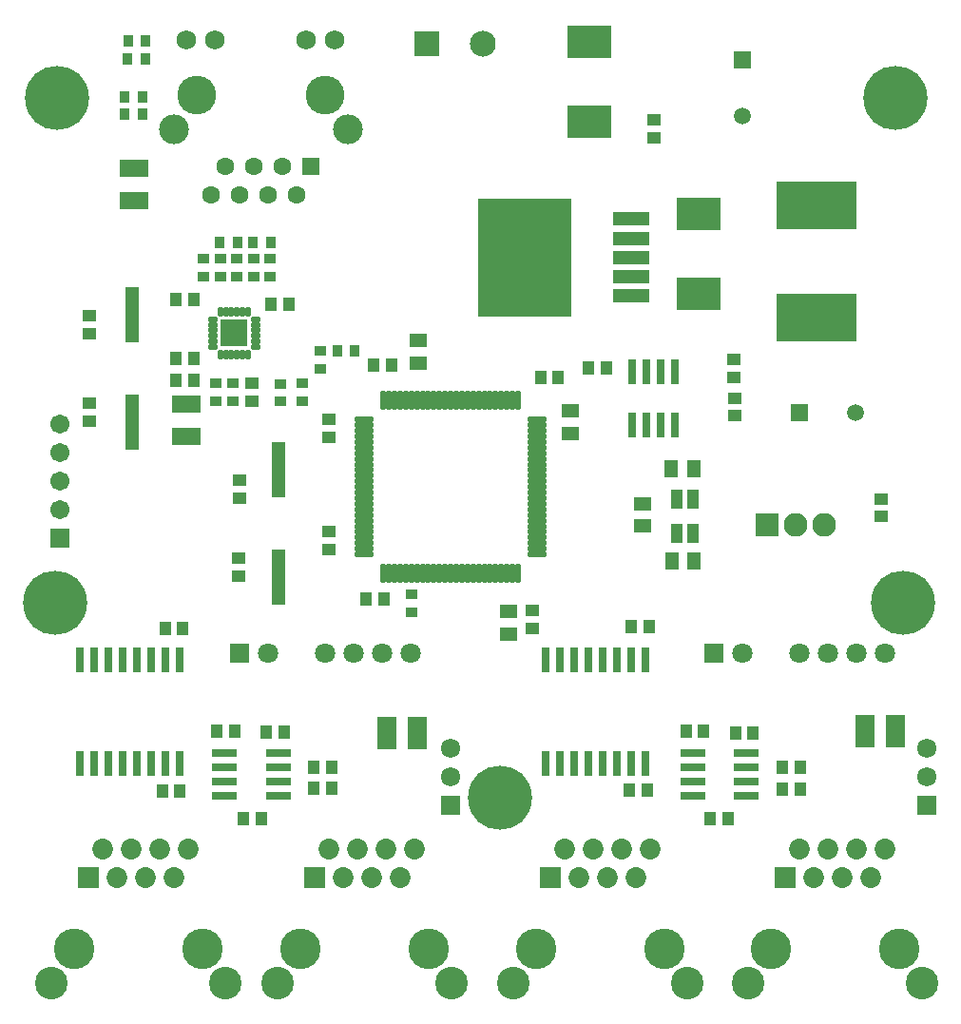
<source format=gts>
G04*
G04 #@! TF.GenerationSoftware,Altium Limited,Altium Designer,20.0.13 (296)*
G04*
G04 Layer_Color=8388736*
%FSLAX44Y44*%
%MOMM*%
G71*
G01*
G75*
%ADD42R,1.0032X1.2032*%
%ADD43R,2.3200X0.7200*%
%ADD44R,1.7332X2.9232*%
%ADD45R,4.0132X2.9972*%
%ADD46R,1.2032X1.0032*%
%ADD47R,0.8200X1.0200*%
%ADD48R,1.0200X0.8200*%
%ADD49R,0.8032X2.2632*%
%ADD50R,1.2200X4.9200*%
%ADD51R,2.5200X1.6200*%
G04:AMPARAMS|DCode=52|XSize=0.4832mm|YSize=0.8932mm|CornerRadius=0.1716mm|HoleSize=0mm|Usage=FLASHONLY|Rotation=0.000|XOffset=0mm|YOffset=0mm|HoleType=Round|Shape=RoundedRectangle|*
%AMROUNDEDRECTD52*
21,1,0.4832,0.5500,0,0,0.0*
21,1,0.1400,0.8932,0,0,0.0*
1,1,0.3432,0.0700,-0.2750*
1,1,0.3432,-0.0700,-0.2750*
1,1,0.3432,-0.0700,0.2750*
1,1,0.3432,0.0700,0.2750*
%
%ADD52ROUNDEDRECTD52*%
G04:AMPARAMS|DCode=53|XSize=0.4832mm|YSize=0.8932mm|CornerRadius=0.1716mm|HoleSize=0mm|Usage=FLASHONLY|Rotation=90.000|XOffset=0mm|YOffset=0mm|HoleType=Round|Shape=RoundedRectangle|*
%AMROUNDEDRECTD53*
21,1,0.4832,0.5500,0,0,90.0*
21,1,0.1400,0.8932,0,0,90.0*
1,1,0.3432,0.2750,0.0700*
1,1,0.3432,0.2750,-0.0700*
1,1,0.3432,-0.2750,-0.0700*
1,1,0.3432,-0.2750,0.0700*
%
%ADD53ROUNDEDRECTD53*%
%ADD54R,2.4892X2.4892*%
%ADD55R,1.6032X1.2032*%
G04:AMPARAMS|DCode=56|XSize=1.7632mm|YSize=0.4832mm|CornerRadius=0.1366mm|HoleSize=0mm|Usage=FLASHONLY|Rotation=0.000|XOffset=0mm|YOffset=0mm|HoleType=Round|Shape=RoundedRectangle|*
%AMROUNDEDRECTD56*
21,1,1.7632,0.2100,0,0,0.0*
21,1,1.4900,0.4832,0,0,0.0*
1,1,0.2732,0.7450,-0.1050*
1,1,0.2732,-0.7450,-0.1050*
1,1,0.2732,-0.7450,0.1050*
1,1,0.2732,0.7450,0.1050*
%
%ADD56ROUNDEDRECTD56*%
G04:AMPARAMS|DCode=57|XSize=1.7632mm|YSize=0.4832mm|CornerRadius=0.1366mm|HoleSize=0mm|Usage=FLASHONLY|Rotation=90.000|XOffset=0mm|YOffset=0mm|HoleType=Round|Shape=RoundedRectangle|*
%AMROUNDEDRECTD57*
21,1,1.7632,0.2100,0,0,90.0*
21,1,1.4900,0.4832,0,0,90.0*
1,1,0.2732,0.1050,0.7450*
1,1,0.2732,0.1050,-0.7450*
1,1,0.2732,-0.1050,-0.7450*
1,1,0.2732,-0.1050,0.7450*
%
%ADD57ROUNDEDRECTD57*%
%ADD58R,1.1032X1.7032*%
%ADD59R,1.2032X1.6032*%
%ADD60R,0.7200X2.3200*%
%ADD61R,7.2032X4.2032*%
%ADD62R,8.4200X10.5700*%
%ADD63R,3.3200X1.1700*%
%ADD64C,5.7032*%
%ADD65C,2.1082*%
%ADD66R,2.1082X2.1082*%
%ADD67C,2.9032*%
%ADD68C,1.8532*%
%ADD69R,1.8532X1.8532*%
%ADD70C,3.6032*%
%ADD71C,1.7200*%
%ADD72R,1.7200X1.7200*%
%ADD73C,1.5200*%
%ADD74R,1.5200X1.5200*%
%ADD75C,2.3032*%
%ADD76R,2.3032X2.3032*%
%ADD77R,1.6012X1.6012*%
%ADD78C,1.6012*%
%ADD79C,1.7332*%
%ADD80C,2.6482*%
%ADD81C,3.4532*%
%ADD82C,1.7032*%
%ADD83R,1.7032X1.7032*%
%ADD84R,1.5200X1.5200*%
%ADD85R,1.8032X1.8032*%
%ADD86C,1.8032*%
D42*
X220750Y188750D02*
D03*
X204750D02*
D03*
X636500Y188500D02*
D03*
X620500D02*
D03*
X132500Y213250D02*
D03*
X148500D02*
D03*
X181500Y266250D02*
D03*
X197500D02*
D03*
X225250Y266000D02*
D03*
X241250D02*
D03*
X283750Y215500D02*
D03*
X267750D02*
D03*
X283750Y234500D02*
D03*
X267750D02*
D03*
X599000Y266250D02*
D03*
X615000D02*
D03*
X643000Y265250D02*
D03*
X659000D02*
D03*
X701250Y214750D02*
D03*
X685250D02*
D03*
X701250Y234000D02*
D03*
X685250D02*
D03*
X548500Y213750D02*
D03*
X564500D02*
D03*
X144450Y651000D02*
D03*
X160450D02*
D03*
X229500Y646750D02*
D03*
X245500D02*
D03*
X528250Y590250D02*
D03*
X512250D02*
D03*
X321000Y592750D02*
D03*
X337000D02*
D03*
X330250Y384000D02*
D03*
X314250D02*
D03*
X135000Y358250D02*
D03*
X151000D02*
D03*
X550250Y359750D02*
D03*
X566250D02*
D03*
X469500Y581750D02*
D03*
X485500D02*
D03*
X145000Y598500D02*
D03*
X161000D02*
D03*
X145000Y578750D02*
D03*
X161000D02*
D03*
D43*
X187750Y246900D02*
D03*
Y234200D02*
D03*
Y221500D02*
D03*
Y208800D02*
D03*
X235750Y246900D02*
D03*
Y234200D02*
D03*
Y221500D02*
D03*
Y208800D02*
D03*
X605000Y246900D02*
D03*
Y234200D02*
D03*
Y221500D02*
D03*
Y208800D02*
D03*
X653000Y246900D02*
D03*
Y234200D02*
D03*
Y221500D02*
D03*
Y208800D02*
D03*
D44*
X785660Y266500D02*
D03*
X758840D02*
D03*
X359910Y264750D02*
D03*
X333090D02*
D03*
D45*
X513250Y809315D02*
D03*
Y880685D02*
D03*
X610000Y727435D02*
D03*
Y656065D02*
D03*
D46*
X642000Y581500D02*
D03*
Y597500D02*
D03*
X642250Y563250D02*
D03*
Y547250D02*
D03*
X212500Y576250D02*
D03*
Y560250D02*
D03*
X200500Y420250D02*
D03*
Y404250D02*
D03*
X201250Y474000D02*
D03*
Y490000D02*
D03*
X281000Y544000D02*
D03*
Y528000D02*
D03*
X68000Y620250D02*
D03*
Y636250D02*
D03*
Y558250D02*
D03*
Y542250D02*
D03*
X281000Y444500D02*
D03*
Y428500D02*
D03*
X462500Y374250D02*
D03*
Y358250D02*
D03*
X773000Y473500D02*
D03*
Y457500D02*
D03*
X570500Y811250D02*
D03*
Y795250D02*
D03*
D47*
X102021Y881097D02*
D03*
X118021D02*
D03*
X117750Y865250D02*
D03*
X101750D02*
D03*
X115000Y831500D02*
D03*
X99000D02*
D03*
X99021Y816095D02*
D03*
X115021D02*
D03*
X304250Y605000D02*
D03*
X288250D02*
D03*
X213250Y701750D02*
D03*
X229250D02*
D03*
X199750Y702000D02*
D03*
X183750D02*
D03*
D48*
X180250Y560250D02*
D03*
Y576250D02*
D03*
X195500Y560250D02*
D03*
Y576250D02*
D03*
X237500Y560000D02*
D03*
Y576000D02*
D03*
X354500Y388250D02*
D03*
Y372250D02*
D03*
X257500Y576750D02*
D03*
Y560750D02*
D03*
X273250Y605500D02*
D03*
Y589500D02*
D03*
X214250Y671500D02*
D03*
Y687500D02*
D03*
X228250Y671500D02*
D03*
Y687500D02*
D03*
X198750Y671500D02*
D03*
Y687500D02*
D03*
X184750Y671500D02*
D03*
Y687500D02*
D03*
X169500Y671500D02*
D03*
Y687500D02*
D03*
D49*
X563200Y237600D02*
D03*
X550500D02*
D03*
X537800D02*
D03*
X525100D02*
D03*
X512400D02*
D03*
X499700D02*
D03*
X487000D02*
D03*
X474300D02*
D03*
Y330400D02*
D03*
X487000D02*
D03*
X499700D02*
D03*
X512400D02*
D03*
X525100D02*
D03*
X537800D02*
D03*
X550500D02*
D03*
X563200D02*
D03*
X147700Y237600D02*
D03*
X135000D02*
D03*
X122300D02*
D03*
X109600D02*
D03*
X96900D02*
D03*
X84200D02*
D03*
X71500D02*
D03*
X58800D02*
D03*
Y330400D02*
D03*
X71500D02*
D03*
X84200D02*
D03*
X96900D02*
D03*
X109600D02*
D03*
X122300D02*
D03*
X135000D02*
D03*
X147700D02*
D03*
D50*
X236500Y499500D02*
D03*
Y403500D02*
D03*
X105750Y541750D02*
D03*
Y637750D02*
D03*
D51*
X154000Y528750D02*
D03*
Y557750D02*
D03*
X107500Y739000D02*
D03*
Y768000D02*
D03*
D52*
X209250Y639900D02*
D03*
X204250D02*
D03*
X184250D02*
D03*
X189250D02*
D03*
X199250D02*
D03*
X194250D02*
D03*
Y602000D02*
D03*
X199250D02*
D03*
X189250D02*
D03*
X184250D02*
D03*
X204250D02*
D03*
X209250D02*
D03*
D53*
X215700Y633450D02*
D03*
Y628450D02*
D03*
Y608450D02*
D03*
Y613450D02*
D03*
Y623450D02*
D03*
Y618450D02*
D03*
X177800Y633450D02*
D03*
Y628450D02*
D03*
Y608450D02*
D03*
Y613450D02*
D03*
Y623450D02*
D03*
Y618450D02*
D03*
D54*
X196750Y620950D02*
D03*
D55*
X360250Y594250D02*
D03*
Y614250D02*
D03*
X560750Y469250D02*
D03*
Y449250D02*
D03*
X441000Y373250D02*
D03*
Y353250D02*
D03*
X496000Y551500D02*
D03*
Y531500D02*
D03*
D56*
X466300Y544000D02*
D03*
Y539000D02*
D03*
Y534000D02*
D03*
Y529000D02*
D03*
Y524000D02*
D03*
Y519000D02*
D03*
Y514000D02*
D03*
Y509000D02*
D03*
Y504000D02*
D03*
Y499000D02*
D03*
Y494000D02*
D03*
Y489000D02*
D03*
Y484000D02*
D03*
Y479000D02*
D03*
Y474000D02*
D03*
Y469000D02*
D03*
Y464000D02*
D03*
Y459000D02*
D03*
Y454000D02*
D03*
Y449000D02*
D03*
Y444000D02*
D03*
Y439000D02*
D03*
Y434000D02*
D03*
Y429000D02*
D03*
Y424000D02*
D03*
X312700D02*
D03*
Y429000D02*
D03*
Y434000D02*
D03*
Y439000D02*
D03*
Y444000D02*
D03*
Y449000D02*
D03*
Y454000D02*
D03*
Y459000D02*
D03*
Y464000D02*
D03*
Y469000D02*
D03*
Y474000D02*
D03*
Y479000D02*
D03*
Y484000D02*
D03*
Y489000D02*
D03*
Y494000D02*
D03*
Y499000D02*
D03*
Y504000D02*
D03*
Y509000D02*
D03*
Y514000D02*
D03*
Y519000D02*
D03*
Y524000D02*
D03*
Y529000D02*
D03*
Y534000D02*
D03*
Y539000D02*
D03*
Y544000D02*
D03*
D57*
X329500Y560800D02*
D03*
X334500D02*
D03*
X339500D02*
D03*
X344500D02*
D03*
X349500D02*
D03*
X354500D02*
D03*
X359500D02*
D03*
X364500D02*
D03*
X369500D02*
D03*
X374500D02*
D03*
X379500D02*
D03*
X384500D02*
D03*
X389500D02*
D03*
X394500D02*
D03*
X399500D02*
D03*
X404500D02*
D03*
X409500D02*
D03*
X414500D02*
D03*
X419500D02*
D03*
X424500D02*
D03*
X429500D02*
D03*
X434500D02*
D03*
X439500D02*
D03*
X444500D02*
D03*
X449500D02*
D03*
Y407200D02*
D03*
X444500D02*
D03*
X439500D02*
D03*
X434500D02*
D03*
X429500D02*
D03*
X424500D02*
D03*
X419500D02*
D03*
X414500D02*
D03*
X409500D02*
D03*
X404500D02*
D03*
X399500D02*
D03*
X394500D02*
D03*
X389500D02*
D03*
X384500D02*
D03*
X379500D02*
D03*
X374500D02*
D03*
X369500D02*
D03*
X364500D02*
D03*
X359500D02*
D03*
X354500D02*
D03*
X349500D02*
D03*
X344500D02*
D03*
X339500D02*
D03*
X334500D02*
D03*
X329500D02*
D03*
D58*
X591250Y442500D02*
D03*
X605250D02*
D03*
Y473500D02*
D03*
X591250D02*
D03*
D59*
X585750Y500500D02*
D03*
X605750D02*
D03*
X586500Y418500D02*
D03*
X606500D02*
D03*
D60*
X589550Y587000D02*
D03*
X576850D02*
D03*
X564150D02*
D03*
X551450D02*
D03*
X589550Y539000D02*
D03*
X576850D02*
D03*
X564150D02*
D03*
X551450D02*
D03*
D61*
X715000Y735000D02*
D03*
Y635000D02*
D03*
D62*
X455750Y688500D02*
D03*
D63*
X550250Y722500D02*
D03*
Y705500D02*
D03*
Y688500D02*
D03*
Y671500D02*
D03*
Y654500D02*
D03*
D64*
X433250Y207250D02*
D03*
X37000Y380750D02*
D03*
X792750D02*
D03*
X785750Y830500D02*
D03*
X39250D02*
D03*
D65*
X722250Y450590D02*
D03*
X696850D02*
D03*
D66*
X671450D02*
D03*
D67*
X809250Y42000D02*
D03*
X654250D02*
D03*
X390250D02*
D03*
X235250D02*
D03*
X600250D02*
D03*
X445250D02*
D03*
X189000D02*
D03*
X34000D02*
D03*
D68*
X776200Y161400D02*
D03*
X763500Y136000D02*
D03*
X750800Y161400D02*
D03*
X738100Y136000D02*
D03*
X725400Y161400D02*
D03*
X712700Y136000D02*
D03*
X700000Y161400D02*
D03*
X357200D02*
D03*
X344500Y136000D02*
D03*
X331800Y161400D02*
D03*
X319100Y136000D02*
D03*
X306400Y161400D02*
D03*
X293700Y136000D02*
D03*
X281000Y161400D02*
D03*
X567200D02*
D03*
X554500Y136000D02*
D03*
X541800Y161400D02*
D03*
X529100Y136000D02*
D03*
X516400Y161400D02*
D03*
X503700Y136000D02*
D03*
X491000Y161400D02*
D03*
X155950D02*
D03*
X143250Y136000D02*
D03*
X130550Y161400D02*
D03*
X117850Y136000D02*
D03*
X105150Y161400D02*
D03*
X92450Y136000D02*
D03*
X79750Y161400D02*
D03*
D69*
X687300Y136000D02*
D03*
X268300D02*
D03*
X478300D02*
D03*
X67050D02*
D03*
D70*
X788900Y72500D02*
D03*
X674600D02*
D03*
X369900D02*
D03*
X255600D02*
D03*
X579900D02*
D03*
X465600D02*
D03*
X168650D02*
D03*
X54350D02*
D03*
D71*
X389500Y226000D02*
D03*
Y251400D02*
D03*
X814000Y226000D02*
D03*
Y251400D02*
D03*
D72*
X389500Y200600D02*
D03*
X814000D02*
D03*
D73*
X649750Y814000D02*
D03*
X750000Y550500D02*
D03*
D74*
X649750Y864000D02*
D03*
D75*
X418250Y879000D02*
D03*
D76*
X368250D02*
D03*
D77*
X264650Y769750D02*
D03*
D78*
X251950Y744350D02*
D03*
X239250Y769750D02*
D03*
X226550Y744350D02*
D03*
X213850Y769750D02*
D03*
X201150Y744350D02*
D03*
X188450Y769750D02*
D03*
X175750Y744350D02*
D03*
D79*
X286400Y882250D02*
D03*
X261000D02*
D03*
X153900D02*
D03*
X179300D02*
D03*
D80*
X297600Y802750D02*
D03*
X142700D02*
D03*
D81*
X163000Y833250D02*
D03*
X277300D02*
D03*
D82*
X41250Y539800D02*
D03*
Y514400D02*
D03*
Y489000D02*
D03*
Y463600D02*
D03*
D83*
Y438200D02*
D03*
D84*
X700000Y550500D02*
D03*
D85*
X201300Y335865D02*
D03*
X623550D02*
D03*
D86*
X226700D02*
D03*
X277500D02*
D03*
X302900D02*
D03*
X328300D02*
D03*
X353700D02*
D03*
X648950D02*
D03*
X699750D02*
D03*
X725150D02*
D03*
X750550D02*
D03*
X775950D02*
D03*
M02*

</source>
